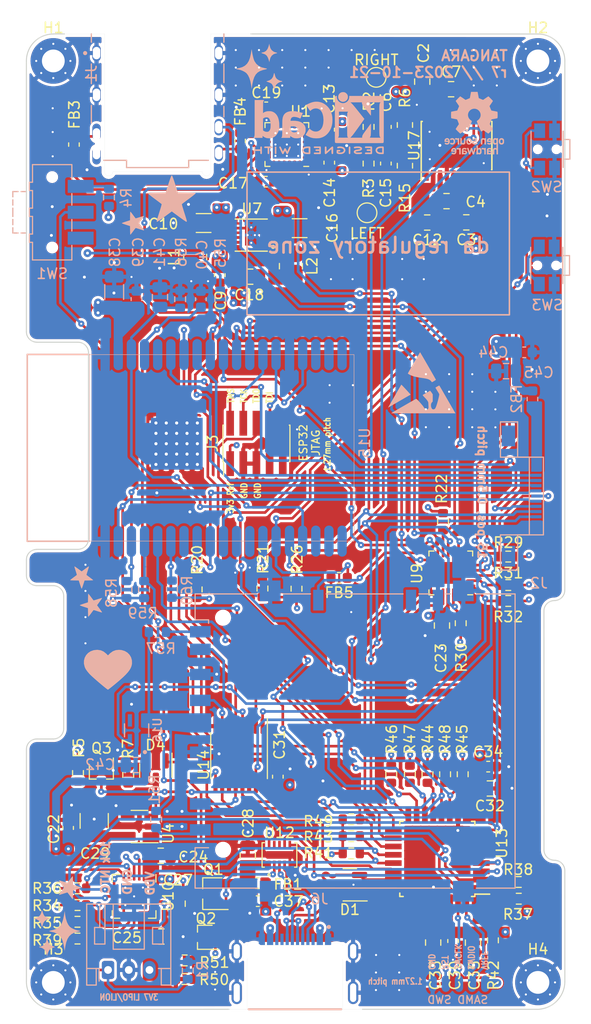
<source format=kicad_pcb>
(kicad_pcb (version 20221018) (generator pcbnew)

  (general
    (thickness 1.566672)
  )

  (paper "A4")
  (title_block
    (comment 4 "AISLER Project ID: ATEUINQR")
  )

  (layers
    (0 "F.Cu" signal)
    (1 "In1.Cu" signal)
    (2 "In2.Cu" signal)
    (31 "B.Cu" signal)
    (32 "B.Adhes" user "B.Adhesive")
    (33 "F.Adhes" user "F.Adhesive")
    (34 "B.Paste" user)
    (35 "F.Paste" user)
    (36 "B.SilkS" user "B.Silkscreen")
    (37 "F.SilkS" user "F.Silkscreen")
    (38 "B.Mask" user)
    (39 "F.Mask" user)
    (40 "Dwgs.User" user "User.Drawings")
    (41 "Cmts.User" user "User.Comments")
    (42 "Eco1.User" user "User.Eco1")
    (43 "Eco2.User" user "User.Eco2")
    (44 "Edge.Cuts" user)
    (45 "Margin" user)
    (46 "B.CrtYd" user "B.Courtyard")
    (47 "F.CrtYd" user "F.Courtyard")
    (48 "B.Fab" user)
    (49 "F.Fab" user)
    (50 "User.1" user)
    (51 "User.2" user)
    (52 "User.3" user)
    (53 "User.4" user)
    (54 "User.5" user)
    (55 "User.6" user)
    (56 "User.7" user)
    (57 "User.8" user)
    (58 "User.9" user)
  )

  (setup
    (stackup
      (layer "F.SilkS" (type "Top Silk Screen") (color "White"))
      (layer "F.Paste" (type "Top Solder Paste"))
      (layer "F.Mask" (type "Top Solder Mask") (color "Purple") (thickness 0.0254))
      (layer "F.Cu" (type "copper") (thickness 0.04318))
      (layer "dielectric 1" (type "prepreg") (thickness 0.202184) (material "FR408-HR") (epsilon_r 3.69) (loss_tangent 0.0091))
      (layer "In1.Cu" (type "copper") (thickness 0.017272))
      (layer "dielectric 2" (type "core") (thickness 0.9906) (material "FR408-HR") (epsilon_r 3.69) (loss_tangent 0.0091))
      (layer "In2.Cu" (type "copper") (thickness 0.017272))
      (layer "dielectric 3" (type "prepreg") (thickness 0.202184) (material "FR408-HR") (epsilon_r 3.69) (loss_tangent 0.0091))
      (layer "B.Cu" (type "copper") (thickness 0.04318))
      (layer "B.Mask" (type "Bottom Solder Mask") (color "Purple") (thickness 0.0254))
      (layer "B.Paste" (type "Bottom Solder Paste"))
      (layer "B.SilkS" (type "Bottom Silk Screen") (color "White"))
      (copper_finish "ENIG")
      (dielectric_constraints no)
    )
    (pad_to_mask_clearance 0.0508)
    (aux_axis_origin 117.25 51)
    (pcbplotparams
      (layerselection 0x00010fc_ffffffff)
      (plot_on_all_layers_selection 0x0000000_00000000)
      (disableapertmacros false)
      (usegerberextensions true)
      (usegerberattributes true)
      (usegerberadvancedattributes true)
      (creategerberjobfile true)
      (dashed_line_dash_ratio 12.000000)
      (dashed_line_gap_ratio 3.000000)
      (svgprecision 6)
      (plotframeref false)
      (viasonmask false)
      (mode 1)
      (useauxorigin false)
      (hpglpennumber 1)
      (hpglpenspeed 20)
      (hpglpendiameter 15.000000)
      (dxfpolygonmode true)
      (dxfimperialunits true)
      (dxfusepcbnewfont true)
      (psnegative false)
      (psa4output false)
      (plotreference true)
      (plotvalue true)
      (plotinvisibletext false)
      (sketchpadsonfab false)
      (subtractmaskfromsilk false)
      (outputformat 1)
      (mirror false)
      (drillshape 0)
      (scaleselection 1)
      (outputdirectory "gerbers2")
    )
  )

  (net 0 "")
  (net 1 "GND")
  (net 2 "/ESP_EN")
  (net 3 "BAT_LEVEL")
  (net 4 "SYS_POWER")
  (net 5 "USB.DP")
  (net 6 "USB.DN")
  (net 7 "3.5mm_DETECT")
  (net 8 "/JTAG.TMS")
  (net 9 "/JTAG.TCK")
  (net 10 "/JTAG.TDO")
  (net 11 "/JTAG.TDI")
  (net 12 "/SWD.SWDIO")
  (net 13 "/SWD.SWCLK")
  (net 14 "/SWD.RESET")
  (net 15 "/Power/NTC")
  (net 16 "~{CHG_PWR_OK}")
  (net 17 "I2C.SCL")
  (net 18 "/Power/VBUS_RAW")
  (net 19 "I2C.SDA")
  (net 20 "ESP_SPI.PICO")
  (net 21 "/Peripherals/~{DISPLAY_RST}")
  (net 22 "ESP_SPI.SCLK")
  (net 23 "ESP_SPI.DISPLAY_CS")
  (net 24 "DISPLAY_LED_EN")
  (net 25 "/ESP_BOOT")
  (net 26 "~{SD_VDD_EN}")
  (net 27 "/UART.ESP.TX")
  (net 28 "ESP_SPI.POCI")
  (net 29 "DAC.DATA")
  (net 30 "DAC.BCK")
  (net 31 "ESP_SPI.SD_CS")
  (net 32 "DAC.LRCK")
  (net 33 "SAMD_SPI.POCI")
  (net 34 "/UART.ESP.RX")
  (net 35 "SAMD_SPI.CS")
  (net 36 "SAMD_SPI.PICO")
  (net 37 "/~{SAMD_INT}")
  (net 38 "SAMD_SPI.SCLK")
  (net 39 "CHG_SEL")
  (net 40 "AMP_EN")
  (net 41 "/Power/VBUS_SWITCHED")
  (net 42 "~{GPIO_INT}")
  (net 43 "USB_TCC0")
  (net 44 "USB_TCC1")
  (net 45 "KEY_LOCK")
  (net 46 "CHG_STAT1")
  (net 47 "CHG_STAT2")
  (net 48 "~{TOUCH_INT}")
  (net 49 "DISPLAY_DR")
  (net 50 "+3V3")
  (net 51 "+5VA")
  (net 52 "-5VA")
  (net 53 "KEY_VOL_UP")
  (net 54 "Net-(J7-Pin_3)")
  (net 55 "Net-(U1B-+)")
  (net 56 "KEY_VOL_DOWN")
  (net 57 "Net-(J4-CD{slash}DAT3)")
  (net 58 "Net-(J4-CMD)")
  (net 59 "Net-(J4-CLK)")
  (net 60 "Net-(J4-DAT0)")
  (net 61 "Net-(J4-DAT1)")
  (net 62 "Net-(J4-DAT2)")
  (net 63 "unconnected-(J1-Pad6)")
  (net 64 "/Power/CC1")
  (net 65 "/Power/CC2")
  (net 66 "SYS_PWR_EN_SW")
  (net 67 "Net-(U13-VDDCORE)")
  (net 68 "unconnected-(J3-UART_TX-Pad7)")
  (net 69 "unconnected-(J3-UART_RX-Pad9)")
  (net 70 "unconnected-(J3-nRst-Pad10)")
  (net 71 "unconnected-(J6-SBU1-PadA8)")
  (net 72 "unconnected-(J6-SBU2-PadB8)")
  (net 73 "Net-(U7-SWN)")
  (net 74 "Net-(U7-SWP)")
  (net 75 "Net-(Q1-G)")
  (net 76 "Net-(U1A-+)")
  (net 77 "Net-(U1A--)")
  (net 78 "Net-(C17-Pad2)")
  (net 79 "Net-(U1B--)")
  (net 80 "Net-(C19-Pad2)")
  (net 81 "Net-(U14E-~{OE})")
  (net 82 "Net-(U14E-S)")
  (net 83 "SYS_PWR_EN_SAMD")
  (net 84 "Net-(U10-CE)")
  (net 85 "Net-(U10-PROG3)")
  (net 86 "Net-(U10-PROG2)")
  (net 87 "Net-(U10-PROG1)")
  (net 88 "unconnected-(SW1-A-Pad1)")
  (net 89 "unconnected-(U1C-NC-Pad4)")
  (net 90 "unconnected-(U1-Pad6)")
  (net 91 "unconnected-(U1-Pad7)")
  (net 92 "unconnected-(U1-Pad8)")
  (net 93 "unconnected-(U1C-NC-Pad15)")
  (net 94 "AMP_MUTE")
  (net 95 "unconnected-(U12-ORIENT-Pad8)")
  (net 96 "unconnected-(U12-SWMONI-Pad9)")
  (net 97 "unconnected-(U15-I39{slash}NOINT-Pad5)")
  (net 98 "unconnected-(U15-SHD{slash}SD2-Pad17)")
  (net 99 "unconnected-(U15-SWP{slash}SD3-Pad18)")
  (net 100 "unconnected-(U15-SCS{slash}CMD-Pad19)")
  (net 101 "unconnected-(U15-SCK{slash}CLK-Pad20)")
  (net 102 "unconnected-(U15-SDO{slash}SD0-Pad21)")
  (net 103 "unconnected-(U15-SDI{slash}SD1-Pad22)")
  (net 104 "unconnected-(U15-IO16-Pad27)")
  (net 105 "unconnected-(U15-IO17-Pad28)")
  (net 106 "unconnected-(U15-NC-Pad32)")
  (net 107 "Net-(J2-Pin_13)")
  (net 108 "Net-(FB3-Pad2)")
  (net 109 "Net-(FB4-Pad2)")
  (net 110 "Net-(J4-VDD)")
  (net 111 "unconnected-(U16-NC-Pad4)")
  (net 112 "Net-(SW1-C)")
  (net 113 "Net-(Q1-S)")
  (net 114 "DAC.MCK")
  (net 115 "SD_CD")
  (net 116 "Net-(U17-CPCA)")
  (net 117 "Net-(U17-CPCB)")
  (net 118 "unconnected-(U1-Pad1)")
  (net 119 "Net-(U17-VMID)")
  (net 120 "Net-(U17-CPVOUTN)")
  (net 121 "unconnected-(U1-Pad23)")
  (net 122 "Net-(U17-LINEVOUTL)")
  (net 123 "Net-(U17-LINEVOUTR)")
  (net 124 "unconnected-(U1-Pad24)")
  (net 125 "unconnected-(U17-ZFLAG-Pad7)")
  (net 126 "unconnected-(U9-IO0_6-Pad7)")
  (net 127 "unconnected-(U9-IO1_4-Pad14)")
  (net 128 "unconnected-(U9-IO1_5-Pad15)")
  (net 129 "unconnected-(U9-IO1_6-Pad16)")
  (net 130 "unconnected-(U9-IO1_7-Pad17)")
  (net 131 "Net-(U4-EN)")
  (net 132 "unconnected-(U4-NC-Pad4)")
  (net 133 "unconnected-(U13-PA06-Pad7)")
  (net 134 "unconnected-(U13-PA27-Pad25)")
  (net 135 "unconnected-(U13-PA28-Pad27)")
  (net 136 "Net-(Q2-D)")

  (footprint "Package_TO_SOT_SMD:TSOT-23" (layer "F.Cu") (at 135.476849 134.455179 180))

  (footprint "Package_TO_SOT_SMD:SOT-23-5" (layer "F.Cu") (at 128.415497 127.954481 180))

  (footprint "footprints:MountingHole_2.2mm_M2_Pad_Via2" (layer "F.Cu") (at 166.9 143))

  (footprint "Inductor_SMD:L_1008_2520Metric" (layer "F.Cu") (at 133.801417 72.973879 90))

  (footprint "Capacitor_SMD:C_0805_2012Metric" (layer "F.Cu") (at 130.473198 130.774567))

  (footprint "Resistor_SMD:R_0603_1608Metric" (layer "F.Cu") (at 122.434189 137.149989 180))

  (footprint "footprints:QFN-20-1EP_4x4mm_P0.5mm_EP2.5x2.5mm_ThermalVias2" (layer "F.Cu") (at 127.902083 134.695156 -90))

  (footprint "Capacitor_SMD:C_0805_2012Metric" (layer "F.Cu") (at 130.529632 138.571066))

  (footprint "Capacitor_SMD:C_0603_1608Metric" (layer "F.Cu") (at 152.216943 60.416276 -90))

  (footprint "Package_DFN_QFN:HVQFN-24-1EP_4x4mm_P0.5mm_EP2.1x2.1mm" (layer "F.Cu") (at 158.484595 103.47166 180))

  (footprint "Package_TO_SOT_SMD:SOT-23" (layer "F.Cu") (at 130.000805 122.549717 -90))

  (footprint "Resistor_SMD:R_0603_1608Metric" (layer "F.Cu") (at 148.873745 127.25515))

  (footprint "Package_TO_SOT_SMD:SOT-323_SC-70" (layer "F.Cu") (at 124.73909 122.643679 -90))

  (footprint "Capacitor_SMD:C_0603_1608Metric" (layer "F.Cu") (at 136.172745 74.724126 -90))

  (footprint "Resistor_SMD:R_0603_1608Metric" (layer "F.Cu") (at 165.049071 134.922126 180))

  (footprint "Resistor_SMD:R_0603_1608Metric" (layer "F.Cu") (at 159.445045 108.327463 90))

  (footprint "Capacitor_SMD:C_0603_1608Metric" (layer "F.Cu") (at 121.530086 128.089529 90))

  (footprint "Resistor_SMD:R_0603_1608Metric" (layer "F.Cu") (at 150.5451 60.416276 -90))

  (footprint "Capacitor_SMD:C_0603_1608Metric" (layer "F.Cu") (at 146.738191 60.685697 -90))

  (footprint "Resistor_SMD:R_0603_1608Metric" (layer "F.Cu") (at 165.050103 133.305697 180))

  (footprint "Capacitor_SMD:C_0603_1608Metric" (layer "F.Cu") (at 152.216095 63.952058 90))

  (footprint "footprints:BD91N01NUX-E2" (layer "F.Cu") (at 141.938445 130.694772 90))

  (footprint "Capacitor_SMD:C_0805_2012Metric" (layer "F.Cu") (at 159.982062 69.634671 180))

  (footprint "Resistor_SMD:R_0603_1608Metric" (layer "F.Cu") (at 122.434189 138.766966 180))

  (footprint "Capacitor_SMD:C_0805_2012Metric" (layer "F.Cu") (at 156.782387 139.153476 90))

  (footprint "Inductor_SMD:L_0603_1608Metric" (layer "F.Cu") (at 139.793489 133.408759 180))

  (footprint "Resistor_SMD:R_0603_1608Metric" (layer "F.Cu") (at 148.873745 130.546956))

  (footprint "Resistor_SMD:R_0805_2012Metric" (layer "F.Cu") (at 154.05507 60.232017 -90))

  (footprint "Capacitor_SMD:C_0603_1608Metric" (layer "F.Cu") (at 140.620589 65.704592 180))

  (footprint "Capacitor_SMD:C_0805_2012Metric" (layer "F.Cu") (at 132.103885 135.401996 -90))

  (footprint "Capacitor_SMD:C_0603_1608Metric" (layer "F.Cu") (at 139.845147 135.157118 180))

  (footprint "Resistor_SMD:R_0603_1608Metric" (layer "F.Cu") (at 157.736387 98.523188 90))

  (footprint "Capacitor_SMD:C_0805_2012Metric" (layer "F.Cu") (at 139.111897 74.874786))

  (footprint "Resistor_SMD:R_0603_1608Metric" (layer "F.Cu") (at 122.439406 135.533013))

  (footprint "Resistor_SMD:R_0603_1608Metric" (layer "F.Cu") (at 132.78644 140.877326))

  (footprint "Resistor_SMD:R_0603_1608Metric" (layer "F.Cu") (at 122.482853 122.790411 -90))

  (footprint "Inductor_SMD:L_1008_2520Metric" (layer "F.Cu") (at 143.044904 73.86026 -90))

  (footprint "Capacitor_SMD:C_0805_2012Metric" (layer "F.Cu") (at 156.207041 69.648592 180))

  (footprint "Capacitor_SMD:C_0805_2012Metric" (layer "F.Cu") (at 158.07357 67.582319 180))

  (footprint "Resistor_SMD:R_0603_1608Metric" (layer "F.Cu") (at 162.554135 138.938126 -90))

  (footprint "Package_SO:TSSOP-16_4.4x5mm_P0.65mm" (layer "F.Cu") (at 138.037154 121.127252 -90))

  (footprint "Capacitor_SMD:C_0805_2012Metric" (layer "F.Cu") (at 158.513691 56.778764))

  (footprint "Inductor_SMD:L_0603_1608Metric" (layer "F.Cu") (at 138.136435 61.76766 -90))

  (footprint "Resistor_SMD:R_0603_1608Metric" (layer "F.Cu") (at 133.941895 105.064074 90))

  (footprint "Resistor_SMD:R_0603_1608Metric" (layer "F.Cu") (at 143.585559 104.993281 90))

  (footprint "Resistor_SMD:R_0603_1608Metric" (layer "F.Cu") (at 140.296114 104.976392 90))

  (footprint "Resistor_SMD:R_0603_1608Metric" (layer "F.Cu")
    (tstamp 99f049d5-4902-4c2b-8eb5-8e498cab8923)
    (at 132.76144 142.677326 18
... [3623086 chars truncated]
</source>
